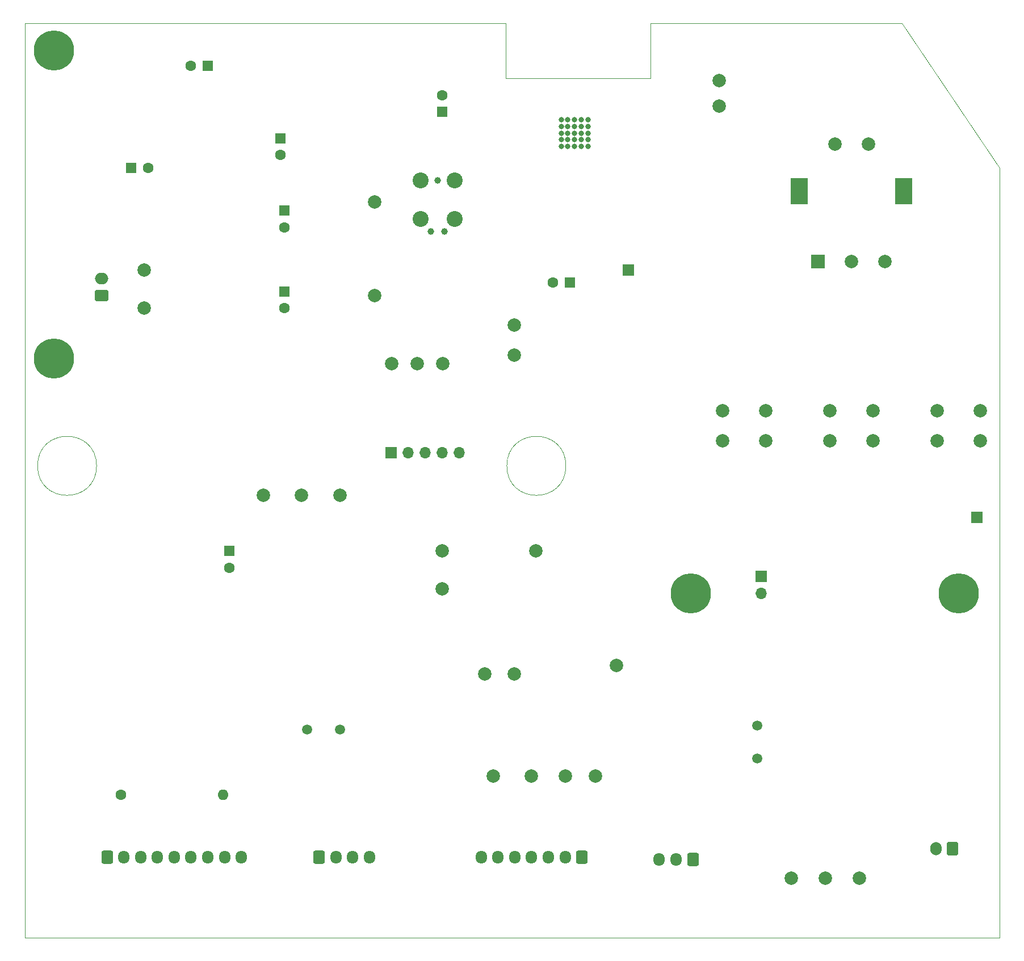
<source format=gbr>
G04 #@! TF.GenerationSoftware,KiCad,Pcbnew,7.0.1*
G04 #@! TF.CreationDate,2023-04-22T18:43:02+03:00*
G04 #@! TF.ProjectId,esp_radio,6573705f-7261-4646-996f-2e6b69636164,rev?*
G04 #@! TF.SameCoordinates,Original*
G04 #@! TF.FileFunction,Soldermask,Bot*
G04 #@! TF.FilePolarity,Negative*
%FSLAX46Y46*%
G04 Gerber Fmt 4.6, Leading zero omitted, Abs format (unit mm)*
G04 Created by KiCad (PCBNEW 7.0.1) date 2023-04-22 18:43:02*
%MOMM*%
%LPD*%
G01*
G04 APERTURE LIST*
G04 Aperture macros list*
%AMRoundRect*
0 Rectangle with rounded corners*
0 $1 Rounding radius*
0 $2 $3 $4 $5 $6 $7 $8 $9 X,Y pos of 4 corners*
0 Add a 4 corners polygon primitive as box body*
4,1,4,$2,$3,$4,$5,$6,$7,$8,$9,$2,$3,0*
0 Add four circle primitives for the rounded corners*
1,1,$1+$1,$2,$3*
1,1,$1+$1,$4,$5*
1,1,$1+$1,$6,$7*
1,1,$1+$1,$8,$9*
0 Add four rect primitives between the rounded corners*
20,1,$1+$1,$2,$3,$4,$5,0*
20,1,$1+$1,$4,$5,$6,$7,0*
20,1,$1+$1,$6,$7,$8,$9,0*
20,1,$1+$1,$8,$9,$2,$3,0*%
G04 Aperture macros list end*
%ADD10R,1.600000X1.600000*%
%ADD11C,1.600000*%
%ADD12C,3.400000*%
%ADD13C,6.000000*%
%ADD14C,2.000000*%
%ADD15RoundRect,0.250000X-0.600000X-0.725000X0.600000X-0.725000X0.600000X0.725000X-0.600000X0.725000X0*%
%ADD16O,1.700000X1.950000*%
%ADD17R,1.700000X1.700000*%
%ADD18R,2.000000X2.000000*%
%ADD19R,2.500000X4.000000*%
%ADD20C,1.500000*%
%ADD21C,0.800000*%
%ADD22O,1.700000X1.700000*%
%ADD23C,2.374900*%
%ADD24C,0.990600*%
%ADD25O,1.600000X1.600000*%
%ADD26RoundRect,0.250000X0.600000X0.725000X-0.600000X0.725000X-0.600000X-0.725000X0.600000X-0.725000X0*%
%ADD27RoundRect,0.250000X0.750000X-0.600000X0.750000X0.600000X-0.750000X0.600000X-0.750000X-0.600000X0*%
%ADD28O,2.000000X1.700000*%
%ADD29RoundRect,0.250000X0.600000X0.750000X-0.600000X0.750000X-0.600000X-0.750000X0.600000X-0.750000X0*%
%ADD30O,1.700000X2.000000*%
G04 #@! TA.AperFunction,Profile*
%ADD31C,0.100000*%
G04 #@! TD*
G04 APERTURE END LIST*
D10*
X152400000Y-32320113D03*
D11*
X152400000Y-29820113D03*
D12*
X94489000Y-69140000D03*
D13*
X94489000Y-69140000D03*
D14*
X165735000Y-131445000D03*
X158750000Y-116205000D03*
X204470000Y-146685000D03*
D15*
X134105000Y-143510000D03*
D16*
X136605000Y-143510000D03*
X139105000Y-143510000D03*
X141605000Y-143510000D03*
D17*
X180213000Y-55880000D03*
D14*
X170815000Y-131445000D03*
X209550000Y-146685000D03*
X107950000Y-61595000D03*
D18*
X208489000Y-54640000D03*
D14*
X218489000Y-54640000D03*
X213489000Y-54640000D03*
D19*
X205739000Y-44140000D03*
X221239000Y-44140000D03*
D14*
X210989000Y-37140000D03*
X215989000Y-37140000D03*
X131445000Y-89535000D03*
X142350000Y-45720000D03*
X193785000Y-27665000D03*
D10*
X128905000Y-47054888D03*
D11*
X128905000Y-49554888D03*
D14*
X232739000Y-81390000D03*
X226239000Y-81390000D03*
X232739000Y-76890000D03*
X226239000Y-76890000D03*
D17*
X232156000Y-92837000D03*
D20*
X199390000Y-128815000D03*
X199390000Y-123915000D03*
D14*
X137160000Y-89535000D03*
X125730000Y-89535000D03*
D12*
X94489000Y-23140000D03*
D13*
X94489000Y-23140000D03*
D15*
X102475000Y-143510000D03*
D16*
X104975000Y-143510000D03*
X107475000Y-143510000D03*
X109975000Y-143510000D03*
X112475000Y-143510000D03*
X114975000Y-143510000D03*
X117475000Y-143510000D03*
X119975000Y-143510000D03*
X122475000Y-143510000D03*
D21*
X170180000Y-33485000D03*
X170180000Y-34485000D03*
X170180000Y-35485000D03*
X170180000Y-36485000D03*
X170180000Y-37485000D03*
X171180000Y-33485000D03*
X171180000Y-34485000D03*
X171180000Y-35485000D03*
X171180000Y-36485000D03*
X171180000Y-37485000D03*
X172180000Y-33485000D03*
X172180000Y-34485000D03*
X172180000Y-35485000D03*
X172180000Y-36485000D03*
X172180000Y-37485000D03*
X173180000Y-33485000D03*
X173180000Y-34485000D03*
X173180000Y-35485000D03*
X173180000Y-36485000D03*
X173180000Y-37485000D03*
X174180000Y-33485000D03*
X174180000Y-34485000D03*
X174180000Y-35485000D03*
X174180000Y-36485000D03*
X174180000Y-37485000D03*
D14*
X178400000Y-114935000D03*
X175260000Y-131445000D03*
X214630000Y-146685000D03*
D17*
X200025000Y-101600000D03*
D22*
X200025000Y-104140000D03*
D14*
X152400000Y-97790000D03*
X216739000Y-81390000D03*
X210239000Y-81390000D03*
X216739000Y-76890000D03*
X210239000Y-76890000D03*
D12*
X189489000Y-104140000D03*
D13*
X189489000Y-104140000D03*
D14*
X163195000Y-64135000D03*
X166370000Y-97790000D03*
D20*
X132260000Y-124460000D03*
X137160000Y-124460000D03*
D23*
X154305000Y-42545000D03*
D24*
X151765000Y-42545000D03*
D23*
X149225000Y-42545000D03*
X154305000Y-48260000D03*
X149225000Y-48260000D03*
D24*
X152781000Y-50165000D03*
X150749000Y-50165000D03*
D11*
X104521000Y-134239000D03*
D25*
X119761000Y-134239000D03*
D14*
X160020000Y-131445000D03*
D12*
X229489000Y-104140000D03*
D13*
X229489000Y-104140000D03*
D14*
X152510000Y-69850000D03*
D10*
X128270000Y-36235000D03*
D11*
X128270000Y-38735000D03*
D14*
X152400000Y-103505000D03*
X107950000Y-55880000D03*
X163195000Y-116205000D03*
X163195000Y-68580000D03*
X193785000Y-31475000D03*
D10*
X171450000Y-57785000D03*
D11*
X168950000Y-57785000D03*
D14*
X142350000Y-59690000D03*
D10*
X120650000Y-97854888D03*
D11*
X120650000Y-100354888D03*
D10*
X117475000Y-25400000D03*
D11*
X114975000Y-25400000D03*
D14*
X200739000Y-81390000D03*
X194239000Y-81390000D03*
X200739000Y-76890000D03*
X194239000Y-76890000D03*
D10*
X128905000Y-59119888D03*
D11*
X128905000Y-61619888D03*
D14*
X148700000Y-69850000D03*
X144890000Y-69850000D03*
D10*
X106085000Y-40640000D03*
D11*
X108585000Y-40640000D03*
D17*
X144780000Y-83185000D03*
D22*
X147320000Y-83185000D03*
X149860000Y-83185000D03*
X152400000Y-83185000D03*
X154940000Y-83185000D03*
D26*
X189825000Y-143870000D03*
D16*
X187325000Y-143870000D03*
X184825000Y-143870000D03*
D27*
X101600000Y-59690000D03*
D28*
X101600000Y-57190000D03*
D29*
X228560000Y-142295000D03*
D30*
X226060000Y-142295000D03*
D26*
X173275000Y-143510000D03*
D16*
X170775000Y-143510000D03*
X168275000Y-143510000D03*
X165775000Y-143510000D03*
X163275000Y-143510000D03*
X160775000Y-143510000D03*
X158275000Y-143510000D03*
D31*
X161925000Y-27305000D02*
X183519532Y-27305000D01*
X183519532Y-19050000D01*
X220980000Y-19050000D01*
X235589532Y-40640000D01*
X235589532Y-155575000D01*
X90174532Y-155575000D01*
X90174532Y-19050000D01*
X161925000Y-19050000D01*
X161925000Y-27305000D01*
X170894309Y-85140000D02*
G75*
G03*
X170894309Y-85140000I-4405309J0D01*
G01*
X100894309Y-85140000D02*
G75*
G03*
X100894309Y-85140000I-4405309J0D01*
G01*
M02*

</source>
